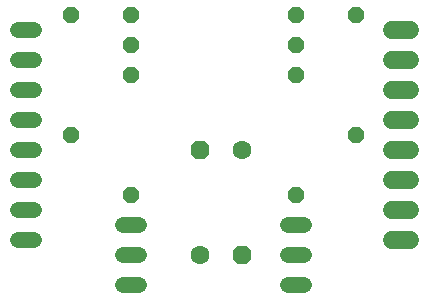
<source format=gbr>
G04 EAGLE Gerber X2 export*
G04 #@! %TF.Part,Single*
G04 #@! %TF.FileFunction,Copper,L1,Top,Mixed*
G04 #@! %TF.FilePolarity,Positive*
G04 #@! %TF.GenerationSoftware,Autodesk,EAGLE,9.0.0*
G04 #@! %TF.CreationDate,2019-08-08T19:03:24Z*
G75*
%MOMM*%
%FSLAX34Y34*%
%LPD*%
%AMOC8*
5,1,8,0,0,1.08239X$1,22.5*%
G01*
%ADD10P,1.429621X8X112.500000*%
%ADD11P,1.429621X8X292.500000*%
%ADD12P,1.732040X8X202.500000*%
%ADD13C,1.600200*%
%ADD14P,1.732040X8X22.500000*%
%ADD15C,1.320800*%
%ADD16C,1.524000*%


D10*
X127000Y139700D03*
X127000Y241300D03*
X368300Y139700D03*
X368300Y241300D03*
X177800Y88900D03*
X177800Y190500D03*
X317500Y88900D03*
X317500Y190500D03*
D11*
X177800Y241300D03*
X177800Y215900D03*
X317500Y241300D03*
X317500Y215900D03*
D12*
X236220Y127000D03*
D13*
X271780Y127000D03*
D14*
X271780Y38100D03*
D13*
X236220Y38100D03*
D15*
X184404Y63500D02*
X171196Y63500D01*
X171196Y12700D02*
X184404Y12700D01*
X184404Y38100D02*
X171196Y38100D01*
X310896Y63500D02*
X324104Y63500D01*
X324104Y12700D02*
X310896Y12700D01*
X310896Y38100D02*
X324104Y38100D01*
X95504Y228600D02*
X82296Y228600D01*
X82296Y203200D02*
X95504Y203200D01*
X95504Y177800D02*
X82296Y177800D01*
X82296Y152400D02*
X95504Y152400D01*
X95504Y127000D02*
X82296Y127000D01*
X82296Y101600D02*
X95504Y101600D01*
X95504Y76200D02*
X82296Y76200D01*
X82296Y50800D02*
X95504Y50800D01*
D16*
X398780Y50800D02*
X414020Y50800D01*
X414020Y76200D02*
X398780Y76200D01*
X398780Y101600D02*
X414020Y101600D01*
X414020Y127000D02*
X398780Y127000D01*
X398780Y152400D02*
X414020Y152400D01*
X414020Y177800D02*
X398780Y177800D01*
X398780Y203200D02*
X414020Y203200D01*
X414020Y228600D02*
X398780Y228600D01*
M02*

</source>
